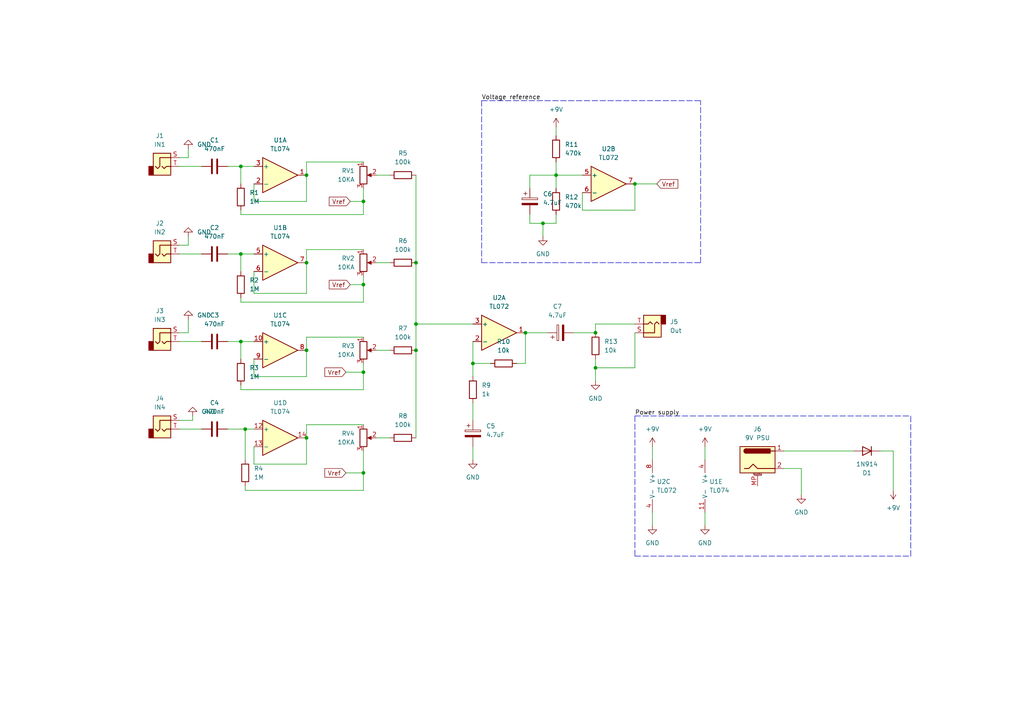
<source format=kicad_sch>
(kicad_sch (version 20211123) (generator eeschema)
  (paper "A4")
  (lib_symbols
    (symbol "Amplifier_Operational:TL072" (pin_names (offset 0.127))
      (property "Reference" "U" (at 0 5.08 0))
      (property "Value" "TL072" (at 0 -5.08 0))
      (symbol "TL072_1_1"
        (polyline (pts (xy -5.08 5.08) (xy 5.08 0) (xy -5.08 -5.08) (xy -5.08 5.08)) (stroke (width 0.254)) (fill (type background)))
        (pin output line (at 7.62 0 180) (length 2.54) (name "~") (number "1"))
        (pin input line (at -7.62 -2.54 0) (length 2.54) (name "-") (number "2"))
        (pin input line (at -7.62 2.54 0) (length 2.54) (name "+") (number "3"))
      )
      (symbol "TL072_2_1"
        (polyline (pts (xy -5.08 5.08) (xy 5.08 0) (xy -5.08 -5.08) (xy -5.08 5.08)) (stroke (width 0.254)) (fill (type background)))
        (pin input line (at -7.62 2.54 0) (length 2.54) (name "+") (number "5"))
        (pin input line (at -7.62 -2.54 0) (length 2.54) (name "-") (number "6"))
        (pin output line (at 7.62 0 180) (length 2.54) (name "~") (number "7"))
      )
      (symbol "TL072_3_1"
        (pin power_in line (at -2.54 -7.62 90) (length 3.81) (name "V-") (number "4"))
        (pin power_in line (at -2.54 7.62 270) (length 3.81) (name "V+") (number "8"))
      )
    )
    (symbol "Amplifier_Operational:TL074" (pin_names (offset 0.127))
      (property "Reference" "U" (at 0 5.08 0))
      (property "Value" "TL074" (at 0 -5.08 0))
      (symbol "TL074_1_1"
        (polyline (pts (xy -5.08 5.08) (xy 5.08 0) (xy -5.08 -5.08) (xy -5.08 5.08)) (stroke (width 0.254)) (fill (type background)))
        (pin output line (at 7.62 0 180) (length 2.54) (name "~") (number "1"))
        (pin input line (at -7.62 -2.54 0) (length 2.54) (name "-") (number "2"))
        (pin input line (at -7.62 2.54 0) (length 2.54) (name "+") (number "3"))
      )
      (symbol "TL074_2_1"
        (polyline (pts (xy -5.08 5.08) (xy 5.08 0) (xy -5.08 -5.08) (xy -5.08 5.08)) (stroke (width 0.254)) (fill (type background)))
        (pin input line (at -7.62 2.54 0) (length 2.54) (name "+") (number "5"))
        (pin input line (at -7.62 -2.54 0) (length 2.54) (name "-") (number "6"))
        (pin output line (at 7.62 0 180) (length 2.54) (name "~") (number "7"))
      )
      (symbol "TL074_3_1"
        (polyline (pts (xy -5.08 5.08) (xy 5.08 0) (xy -5.08 -5.08) (xy -5.08 5.08)) (stroke (width 0.254)) (fill (type background)))
        (pin input line (at -7.62 2.54 0) (length 2.54) (name "+") (number "10"))
        (pin output line (at 7.62 0 180) (length 2.54) (name "~") (number "8"))
        (pin input line (at -7.62 -2.54 0) (length 2.54) (name "-") (number "9"))
      )
      (symbol "TL074_4_1"
        (polyline (pts (xy -5.08 5.08) (xy 5.08 0) (xy -5.08 -5.08) (xy -5.08 5.08)) (stroke (width 0.254)) (fill (type background)))
        (pin input line (at -7.62 2.54 0) (length 2.54) (name "+") (number "12"))
        (pin input line (at -7.62 -2.54 0) (length 2.54) (name "-") (number "13"))
        (pin output line (at 7.62 0 180) (length 2.54) (name "~") (number "14"))
      )
      (symbol "TL074_5_1"
        (pin power_in line (at -2.54 -7.62 90) (length 3.81) (name "V-") (number "11"))
        (pin power_in line (at -2.54 7.62 270) (length 3.81) (name "V+") (number "4"))
      )
    )
    (symbol "Connector:AudioJack2"
      (property "Reference" "J" (at 0 8.89 0))
      (property "Value" "AudioJack2" (at 0 6.35 0))
      (symbol "AudioJack2_0_1"
        (rectangle (start -3.81 0) (end -2.54 -2.54) (stroke (width 0.254)) (fill (type outline)))
        (rectangle (start -2.54 3.81) (end 2.54 -2.54) (stroke (width 0.254)) (fill (type background)))
        (polyline (pts (xy 0 0) (xy 0.635 -0.635) (xy 1.27 0) (xy 2.54 0)) (stroke (width 0.254)))
        (polyline (pts (xy 2.54 2.54) (xy -0.635 2.54) (xy -0.635 0) (xy -1.27 -0.635) (xy -1.905 0)) (stroke (width 0.254)))
      )
      (symbol "AudioJack2_1_1"
        (pin passive line (at 5.08 2.54 180) (length 2.54) (name "~") (number "S"))
        (pin passive line (at 5.08 0 180) (length 2.54) (name "~") (number "T"))
      )
    )
    (symbol "Connector:Barrel_Jack_MountingPin" (pin_names hide)
      (property "Reference" "J" (at 0 5.334 0))
      (property "Value" "Barrel_Jack_MountingPin" (at 1.27 -6.35 0))
      (symbol "Barrel_Jack_MountingPin_0_1"
        (rectangle (start -5.08 3.81) (end 5.08 -3.81) (stroke (width 0.254)) (fill (type background)))
        (arc (start -3.302 3.175) (mid -3.937 2.54) (end -3.302 1.905) (stroke (width 0.254)))
        (arc (start -3.302 3.175) (mid -3.937 2.54) (end -3.302 1.905) (stroke (width 0.254)) (fill (type outline)))
        (polyline (pts (xy 5.08 2.54) (xy 3.81 2.54)) (stroke (width 0.254)))
        (polyline (pts (xy -3.81 -2.54) (xy -2.54 -2.54) (xy -1.27 -1.27) (xy 0 -2.54) (xy 2.54 -2.54) (xy 5.08 -2.54)) (stroke (width 0.254)))
        (rectangle (start 3.683 3.175) (end -3.302 1.905) (stroke (width 0.254)) (fill (type outline)))
      )
      (symbol "Barrel_Jack_MountingPin_1_1"
        (polyline (pts (xy -1.016 -4.572) (xy 1.016 -4.572)) (stroke (width 0.1524)))
        (text "Mounting" (at 0 -4.191 0) (effects (font (size 0.381 0.381))))
        (pin passive line (at 7.62 2.54 180) (length 2.54) (name "~") (number "1"))
        (pin passive line (at 7.62 -2.54 180) (length 2.54) (name "~") (number "2"))
        (pin passive line (at 0 -7.62 90) (length 3.048) (name "MountPin") (number "MP"))
      )
    )
    (symbol "Device:C" (pin_numbers hide) (pin_names (offset 0.254))
      (property "Reference" "C" (at 0.635 2.54 0))
      (property "Value" "C" (at 0.635 -2.54 0))
      (symbol "C_0_1"
        (polyline (pts (xy -2.032 -0.762) (xy 2.032 -0.762)) (stroke (width 0.508)))
        (polyline (pts (xy -2.032 0.762) (xy 2.032 0.762)) (stroke (width 0.508)))
      )
      (symbol "C_1_1"
        (pin passive line (at 0 3.81 270) (length 2.794) (name "~") (number "1"))
        (pin passive line (at 0 -3.81 90) (length 2.794) (name "~") (number "2"))
      )
    )
    (symbol "Device:C_Polarized" (pin_numbers hide) (pin_names (offset 0.254))
      (property "Reference" "C" (at 0.635 2.54 0))
      (property "Value" "C_Polarized" (at 0.635 -2.54 0))
      (symbol "C_Polarized_0_1"
        (rectangle (start -2.286 0.508) (end 2.286 1.016))
        (polyline (pts (xy -1.778 2.286) (xy -0.762 2.286)))
        (polyline (pts (xy -1.27 2.794) (xy -1.27 1.778)))
        (rectangle (start 2.286 -0.508) (end -2.286 -1.016) (fill (type outline)))
      )
      (symbol "C_Polarized_1_1"
        (pin passive line (at 0 3.81 270) (length 2.794) (name "~") (number "1"))
        (pin passive line (at 0 -3.81 90) (length 2.794) (name "~") (number "2"))
      )
    )
    (symbol "Device:R" (pin_numbers hide) (pin_names (offset 0))
      (property "Reference" "R" (at 2.032 0 90))
      (property "Value" "R" (at 0 0 90))
      (symbol "R_0_1"
        (rectangle (start -1.016 -2.54) (end 1.016 2.54) (stroke (width 0.254)))
      )
      (symbol "R_1_1"
        (pin passive line (at 0 3.81 270) (length 1.27) (name "~") (number "1"))
        (pin passive line (at 0 -3.81 90) (length 1.27) (name "~") (number "2"))
      )
    )
    (symbol "Device:R_Potentiometer" (pin_names (offset 1.016) hide)
      (property "Reference" "RV" (at -4.445 0 90))
      (property "Value" "R_Potentiometer" (at -2.54 0 90))
      (symbol "R_Potentiometer_0_1"
        (polyline (pts (xy 2.54 0) (xy 1.524 0)))
        (polyline (pts (xy 1.143 0) (xy 2.286 0.508) (xy 2.286 -0.508) (xy 1.143 0)) (fill (type outline)))
        (rectangle (start 1.016 2.54) (end -1.016 -2.54) (stroke (width 0.254)))
      )
      (symbol "R_Potentiometer_1_1"
        (pin passive line (at 0 3.81 270) (length 1.27) (name "1") (number "1"))
        (pin passive line (at 3.81 0 180) (length 1.27) (name "2") (number "2"))
        (pin passive line (at 0 -3.81 90) (length 1.27) (name "3") (number "3"))
      )
    )
    (symbol "Diode:1N914" (pin_numbers hide) (pin_names (offset 1.016) hide)
      (property "Reference" "D" (at 0 2.54 0))
      (property "Value" "1N914" (at 0 -2.54 0))
      (symbol "1N914_0_1"
        (polyline (pts (xy -1.27 1.27) (xy -1.27 -1.27)) (stroke (width 0.254)))
        (polyline (pts (xy 1.27 0) (xy -1.27 0)))
        (polyline (pts (xy 1.27 1.27) (xy 1.27 -1.27) (xy -1.27 0) (xy 1.27 1.27)) (stroke (width 0.254)))
      )
      (symbol "1N914_1_1"
        (pin passive line (at -3.81 0 0) (length 2.54) (name "K") (number "1"))
        (pin passive line (at 3.81 0 180) (length 2.54) (name "A") (number "2"))
      )
    )
    (symbol "power:+9V" (power) (pin_names (offset 0))
      (property "Value" "+9V" (at 0 3.556 0))
      (symbol "+9V_0_1"
        (polyline (pts (xy -0.762 1.27) (xy 0 2.54)))
        (polyline (pts (xy 0 0) (xy 0 2.54)))
        (polyline (pts (xy 0 2.54) (xy 0.762 1.27)))
      )
      (symbol "+9V_1_1"
        (pin power_in line (at 0 0 90) (length 0) hide (name "+9V") (number "1"))
      )
    )
    (symbol "power:GND" (power) (pin_names (offset 0))
      (property "Value" "GND" (at 0 -3.81 0))
      (symbol "GND_0_1"
        (polyline (pts (xy 0 0) (xy 0 -1.27) (xy 1.27 -1.27) (xy 0 -2.54) (xy -1.27 -1.27) (xy 0 -1.27)))
      )
      (symbol "GND_1_1"
        (pin power_in line (at 0 0 270) (length 0) hide (name "GND") (number "1"))
      )
    )
  )
  (junction (at 120.65 93.98))
  (junction (at 137.16 105.41))
  (junction (at 172.72 96.52))
  (junction (at 71.12 124.46))
  (junction (at 69.85 48.26))
  (junction (at 120.65 76.2))
  (junction (at 88.9 50.8))
  (junction (at 88.9 101.6))
  (junction (at 88.9 76.2))
  (junction (at 120.65 101.6))
  (junction (at 69.85 73.66))
  (junction (at 105.41 82.55))
  (junction (at 152.4 96.52))
  (junction (at 105.41 107.95))
  (junction (at 157.48 64.77))
  (junction (at 105.41 137.16))
  (junction (at 88.9 127))
  (junction (at 172.72 106.68))
  (junction (at 161.29 50.8))
  (junction (at 69.85 99.06))
  (junction (at 105.41 58.42))
  (junction (at 184.15 53.34))
  (polyline (pts (xy 139.7 29.21) (xy 203.2 29.21)))
  (wire (pts (xy 109.22 101.6) (xy 113.03 101.6)))
  (wire (pts (xy 73.66 129.54) (xy 73.66 134.62)))
  (wire (pts (xy 161.29 36.83) (xy 161.29 39.37)))
  (wire (pts (xy 120.65 101.6) (xy 120.65 127)))
  (wire (pts (xy 166.37 96.52) (xy 172.72 96.52)))
  (wire (pts (xy 232.41 135.89) (xy 232.41 143.51)))
  (wire (pts (xy 73.66 58.42) (xy 73.66 53.34)))
  (wire (pts (xy 137.16 99.06) (xy 137.16 105.41)))
  (wire (pts (xy 71.12 142.24) (xy 105.41 142.24)))
  (wire (pts (xy 161.29 64.77) (xy 161.29 62.23)))
  (wire (pts (xy 168.91 55.88) (xy 168.91 60.96)))
  (wire (pts (xy 88.9 46.99) (xy 88.9 50.8)))
  (wire (pts (xy 69.85 78.74) (xy 69.85 73.66)))
  (wire (pts (xy 88.9 58.42) (xy 73.66 58.42)))
  (wire (pts (xy 105.41 137.16) (xy 105.41 142.24)))
  (wire (pts (xy 73.66 78.74) (xy 73.66 85.09)))
  (wire (pts (xy 71.12 133.35) (xy 71.12 124.46)))
  (wire (pts (xy 73.66 109.22) (xy 88.9 109.22)))
  (wire (pts (xy 54.61 71.12) (xy 54.61 68.58)))
  (wire (pts (xy 137.16 105.41) (xy 137.16 109.22)))
  (wire (pts (xy 153.67 64.77) (xy 157.48 64.77)))
  (wire (pts (xy 157.48 64.77) (xy 157.48 68.58)))
  (wire (pts (xy 204.47 148.59) (xy 204.47 152.4)))
  (wire (pts (xy 69.85 53.34) (xy 69.85 48.26)))
  (wire (pts (xy 161.29 46.99) (xy 161.29 50.8)))
  (wire (pts (xy 105.41 107.95) (xy 105.41 105.41)))
  (wire (pts (xy 105.41 113.03) (xy 69.85 113.03)))
  (wire (pts (xy 105.41 62.23) (xy 69.85 62.23)))
  (wire (pts (xy 66.04 124.46) (xy 71.12 124.46)))
  (wire (pts (xy 105.41 82.55) (xy 105.41 80.01)))
  (wire (pts (xy 149.86 105.41) (xy 152.4 105.41)))
  (wire (pts (xy 109.22 50.8) (xy 113.03 50.8)))
  (wire (pts (xy 161.29 50.8) (xy 161.29 54.61)))
  (wire (pts (xy 153.67 54.61) (xy 153.67 50.8)))
  (wire (pts (xy 255.27 130.81) (xy 259.08 130.81)))
  (wire (pts (xy 105.41 97.79) (xy 88.9 97.79)))
  (wire (pts (xy 105.41 58.42) (xy 105.41 54.61)))
  (wire (pts (xy 259.08 130.81) (xy 259.08 142.24)))
  (wire (pts (xy 109.22 127) (xy 113.03 127)))
  (wire (pts (xy 109.22 76.2) (xy 113.03 76.2)))
  (wire (pts (xy 105.41 87.63) (xy 105.41 82.55)))
  (polyline (pts (xy 184.15 120.65) (xy 264.16 120.65)))
  (wire (pts (xy 52.07 45.72) (xy 54.61 45.72)))
  (wire (pts (xy 71.12 140.97) (xy 71.12 142.24)))
  (wire (pts (xy 88.9 109.22) (xy 88.9 101.6)))
  (wire (pts (xy 189.23 129.54) (xy 189.23 133.35)))
  (wire (pts (xy 54.61 96.52) (xy 54.61 92.71)))
  (wire (pts (xy 88.9 50.8) (xy 88.9 58.42)))
  (wire (pts (xy 137.16 105.41) (xy 142.24 105.41)))
  (wire (pts (xy 88.9 72.39) (xy 88.9 76.2)))
  (wire (pts (xy 69.85 113.03) (xy 69.85 111.76)))
  (wire (pts (xy 184.15 96.52) (xy 184.15 106.68)))
  (wire (pts (xy 153.67 62.23) (xy 153.67 64.77)))
  (wire (pts (xy 120.65 76.2) (xy 120.65 93.98)))
  (wire (pts (xy 189.23 148.59) (xy 189.23 152.4)))
  (wire (pts (xy 105.41 62.23) (xy 105.41 58.42)))
  (polyline (pts (xy 184.15 161.29) (xy 264.16 161.29)))
  (wire (pts (xy 105.41 46.99) (xy 88.9 46.99)))
  (wire (pts (xy 105.41 130.81) (xy 105.41 137.16)))
  (polyline (pts (xy 203.2 76.2) (xy 203.2 29.21)))
  (polyline (pts (xy 139.7 29.21) (xy 139.7 76.2)))
  (wire (pts (xy 120.65 93.98) (xy 120.65 101.6)))
  (polyline (pts (xy 139.7 76.2) (xy 203.2 76.2)))
  (wire (pts (xy 161.29 50.8) (xy 168.91 50.8)))
  (wire (pts (xy 172.72 104.14) (xy 172.72 106.68)))
  (wire (pts (xy 100.33 107.95) (xy 105.41 107.95)))
  (wire (pts (xy 172.72 93.98) (xy 172.72 96.52)))
  (wire (pts (xy 66.04 99.06) (xy 69.85 99.06)))
  (wire (pts (xy 105.41 87.63) (xy 69.85 87.63)))
  (wire (pts (xy 52.07 96.52) (xy 54.61 96.52)))
  (wire (pts (xy 100.33 137.16) (xy 105.41 137.16)))
  (wire (pts (xy 69.85 99.06) (xy 73.66 99.06)))
  (wire (pts (xy 184.15 106.68) (xy 172.72 106.68)))
  (wire (pts (xy 69.85 73.66) (xy 73.66 73.66)))
  (wire (pts (xy 157.48 64.77) (xy 161.29 64.77)))
  (polyline (pts (xy 264.16 161.29) (xy 264.16 120.65)))
  (wire (pts (xy 227.33 130.81) (xy 247.65 130.81)))
  (wire (pts (xy 120.65 93.98) (xy 137.16 93.98)))
  (wire (pts (xy 152.4 96.52) (xy 152.4 105.41)))
  (wire (pts (xy 101.6 58.42) (xy 105.41 58.42)))
  (wire (pts (xy 168.91 60.96) (xy 184.15 60.96)))
  (wire (pts (xy 69.85 62.23) (xy 69.85 60.96)))
  (wire (pts (xy 55.88 121.92) (xy 55.88 120.65)))
  (wire (pts (xy 66.04 73.66) (xy 69.85 73.66)))
  (wire (pts (xy 69.85 104.14) (xy 69.85 99.06)))
  (wire (pts (xy 88.9 97.79) (xy 88.9 101.6)))
  (wire (pts (xy 120.65 50.8) (xy 120.65 76.2)))
  (wire (pts (xy 184.15 93.98) (xy 172.72 93.98)))
  (wire (pts (xy 66.04 48.26) (xy 69.85 48.26)))
  (wire (pts (xy 227.33 135.89) (xy 232.41 135.89)))
  (wire (pts (xy 88.9 123.19) (xy 88.9 127)))
  (wire (pts (xy 69.85 87.63) (xy 69.85 86.36)))
  (wire (pts (xy 52.07 121.92) (xy 55.88 121.92)))
  (wire (pts (xy 88.9 85.09) (xy 88.9 76.2)))
  (wire (pts (xy 101.6 82.55) (xy 105.41 82.55)))
  (wire (pts (xy 172.72 106.68) (xy 172.72 110.49)))
  (wire (pts (xy 52.07 71.12) (xy 54.61 71.12)))
  (wire (pts (xy 105.41 113.03) (xy 105.41 107.95)))
  (polyline (pts (xy 184.15 120.65) (xy 184.15 161.29)))
  (wire (pts (xy 69.85 48.26) (xy 73.66 48.26)))
  (wire (pts (xy 52.07 99.06) (xy 58.42 99.06)))
  (wire (pts (xy 52.07 48.26) (xy 58.42 48.26)))
  (wire (pts (xy 105.41 123.19) (xy 88.9 123.19)))
  (wire (pts (xy 73.66 134.62) (xy 88.9 134.62)))
  (wire (pts (xy 152.4 96.52) (xy 158.75 96.52)))
  (wire (pts (xy 137.16 116.84) (xy 137.16 121.92)))
  (wire (pts (xy 88.9 134.62) (xy 88.9 127)))
  (wire (pts (xy 54.61 45.72) (xy 54.61 43.18)))
  (wire (pts (xy 204.47 129.54) (xy 204.47 133.35)))
  (wire (pts (xy 184.15 53.34) (xy 190.5 53.34)))
  (wire (pts (xy 73.66 104.14) (xy 73.66 109.22)))
  (wire (pts (xy 52.07 73.66) (xy 58.42 73.66)))
  (wire (pts (xy 153.67 50.8) (xy 161.29 50.8)))
  (wire (pts (xy 71.12 124.46) (xy 73.66 124.46)))
  (wire (pts (xy 52.07 124.46) (xy 58.42 124.46)))
  (wire (pts (xy 73.66 85.09) (xy 88.9 85.09)))
  (wire (pts (xy 137.16 129.54) (xy 137.16 133.35)))
  (wire (pts (xy 105.41 72.39) (xy 88.9 72.39)))
  (wire (pts (xy 184.15 60.96) (xy 184.15 53.34)))
  (label "Power supply" (at 184.15 120.65 0))
  (label "Voltage reference" (at 139.7 29.21 0))
  (global_label "Vref" (shape input) (at 101.6 82.55 180) (property "Intersheet References" "${INTERSHEET_REFS}" (effects hide)))
  (global_label "Vref" (shape input) (at 100.33 107.95 180) (property "Intersheet References" "${INTERSHEET_REFS}" (effects hide)))
  (global_label "Vref" (shape input) (at 101.6 58.42 180) (property "Intersheet References" "${INTERSHEET_REFS}" (effects hide)))
  (global_label "Vref" (shape input) (at 190.5 53.34 0) (property "Intersheet References" "${INTERSHEET_REFS}" (effects hide)))
  (global_label "Vref" (shape input) (at 100.33 137.16 180) (property "Intersheet References" "${INTERSHEET_REFS}" (effects hide)))
  (symbol (lib_id "power:+9V") (at 204.47 129.54 0) (unit 1)
    (property "Reference" "#PWR011" (effects hide))
    (property "Value" "+9V" (at 204.47 124.46 0))
  )
  (symbol (lib_id "Device:R") (at 137.16 113.03 0) (unit 1)
    (property "Reference" "R9" (at 139.7 111.7599 0) (effects (justify left)))
    (property "Value" "1k" (at 139.7 114.2999 0) (effects (justify left)))
    (property "Footprint" "Resistor_THT:R_Axial_DIN0207_L6.3mm_D2.5mm_P7.62mm_Horizontal" (effects hide))
  )
  (symbol (lib_id "Device:R") (at 116.84 50.8 270) (unit 1)
    (property "Reference" "R5" (at 116.84 44.45 90))
    (property "Value" "100k" (at 116.84 46.99 90))
    (property "Footprint" "Resistor_THT:R_Axial_DIN0207_L6.3mm_D2.5mm_P7.62mm_Horizontal" (effects hide))
  )
  (symbol (lib_id "Device:R_Potentiometer") (at 105.41 50.8 0) (unit 1)
    (property "Reference" "RV1" (at 102.87 49.5299 0) (effects (justify right)))
    (property "Value" "10KA" (at 102.87 52.0699 0) (effects (justify right)))
    (property "Footprint" "Potentiometer_THT:Potentiometer_Alps_RK163_Single_Horizontal" (effects hide))
  )
  (symbol (lib_id "power:+9V") (at 189.23 129.54 0) (unit 1)
    (property "Reference" "#PWR09" (effects hide))
    (property "Value" "+9V" (at 189.23 124.46 0))
  )
  (symbol (lib_id "Amplifier_Operational:TL072") (at 191.77 140.97 0) (unit 3)
    (property "Reference" "U2" (at 190.5 139.6999 0) (effects (justify left)))
    (property "Value" "TL072" (at 190.5 142.2399 0) (effects (justify left)))
    (property "Footprint" "Package_DIP:DIP-8_W7.62mm_LongPads" (effects hide))
    (property "Datasheet" "http://www.ti.com/lit/ds/symlink/tl071.pdf" (effects hide))
  )
  (symbol (lib_id "power:GND") (at 54.61 43.18 180) (unit 1)
    (property "Reference" "#PWR01" (effects hide))
    (property "Value" "GND" (at 57.15 41.9099 0) (effects (justify right)))
  )
  (symbol (lib_id "power:GND") (at 189.23 152.4 0) (unit 1)
    (property "Reference" "#PWR010" (effects hide))
    (property "Value" "GND" (at 189.23 157.48 0))
  )
  (symbol (lib_id "Device:R_Potentiometer") (at 105.41 101.6 0) (unit 1)
    (property "Reference" "RV3" (at 102.87 100.3299 0) (effects (justify right)))
    (property "Value" "10KA" (at 102.87 102.8699 0) (effects (justify right)))
    (property "Footprint" "Potentiometer_THT:Potentiometer_Alps_RK163_Single_Horizontal" (effects hide))
  )
  (symbol (lib_id "Connector:AudioJack2") (at 189.23 93.98 180) (unit 1)
    (property "Reference" "J5" (at 194.31 93.3449 0) (effects (justify right)))
    (property "Value" "Out" (at 194.31 95.8849 0) (effects (justify right)))
    (property "Footprint" "Connector_Audio:Jack_speakON-6.35mm_Neutrik_NLJ2MD-H_Horizontal" (effects hide))
  )
  (symbol (lib_id "Device:C_Polarized") (at 137.16 125.73 0) (unit 1)
    (property "Reference" "C5" (at 140.97 123.5709 0) (effects (justify left)))
    (property "Value" "4.7uF" (at 140.97 126.1109 0) (effects (justify left)))
    (property "Footprint" "Capacitor_THT:CP_Radial_D5.0mm_P2.50mm" (effects hide))
  )
  (symbol (lib_id "Device:R") (at 116.84 76.2 270) (unit 1)
    (property "Reference" "R6" (at 116.84 69.85 90))
    (property "Value" "100k" (at 116.84 72.39 90))
    (property "Footprint" "Resistor_THT:R_Axial_DIN0207_L6.3mm_D2.5mm_P7.62mm_Horizontal" (effects hide))
  )
  (symbol (lib_id "Amplifier_Operational:TL074") (at 81.28 50.8 0) (unit 1)
    (property "Reference" "U1" (at 81.28 40.64 0))
    (property "Value" "TL074" (at 81.28 43.18 0))
    (property "Footprint" "Package_DIP:DIP-14_W7.62mm_LongPads" (effects hide))
    (property "Datasheet" "http://www.ti.com/lit/ds/symlink/tl071.pdf" (effects hide))
  )
  (symbol (lib_id "Connector:AudioJack2") (at 46.99 48.26 0) (unit 1)
    (property "Reference" "J1" (at 46.355 39.37 0))
    (property "Value" "IN1" (at 46.355 41.91 0))
    (property "Footprint" "Connector_Audio:Jack_speakON-6.35mm_Neutrik_NLJ2MD-H_Horizontal" (effects hide))
  )
  (symbol (lib_id "power:GND") (at 137.16 133.35 0) (unit 1)
    (property "Reference" "#PWR05" (effects hide))
    (property "Value" "GND" (at 137.16 138.43 0))
  )
  (symbol (lib_id "Device:C") (at 62.23 124.46 90) (unit 1)
    (property "Reference" "C4" (at 62.23 116.84 90))
    (property "Value" "470nF" (at 62.23 119.38 90))
    (property "Footprint" "Capacitor_THT:C_Rect_L9.0mm_W3.3mm_P7.50mm_MKT" (effects hide))
  )
  (symbol (lib_id "Amplifier_Operational:TL072") (at 144.78 96.52 0) (unit 1)
    (property "Reference" "U2" (at 144.78 86.36 0))
    (property "Value" "TL072" (at 144.78 88.9 0))
    (property "Footprint" "Package_DIP:DIP-8_W7.62mm_LongPads" (effects hide))
    (property "Datasheet" "http://www.ti.com/lit/ds/symlink/tl071.pdf" (effects hide))
  )
  (symbol (lib_id "power:+9V") (at 259.08 142.24 180) (unit 1)
    (property "Reference" "#PWR014" (effects hide))
    (property "Value" "+9V" (at 259.08 147.32 0))
  )
  (symbol (lib_id "Device:R") (at 172.72 100.33 0) (unit 1)
    (property "Reference" "R13" (at 175.26 99.0599 0) (effects (justify left)))
    (property "Value" "10k" (at 175.26 101.5999 0) (effects (justify left)))
    (property "Footprint" "Resistor_THT:R_Axial_DIN0207_L6.3mm_D2.5mm_P7.62mm_Horizontal" (effects hide))
  )
  (symbol (lib_id "Amplifier_Operational:TL074") (at 207.01 140.97 0) (unit 5)
    (property "Reference" "U1" (at 205.74 139.6999 0) (effects (justify left)))
    (property "Value" "TL074" (at 205.74 142.2399 0) (effects (justify left)))
    (property "Footprint" "Package_DIP:DIP-14_W7.62mm_LongPads" (effects hide))
    (property "Datasheet" "http://www.ti.com/lit/ds/symlink/tl071.pdf" (effects hide))
  )
  (symbol (lib_id "Device:R") (at 116.84 101.6 270) (unit 1)
    (property "Reference" "R7" (at 116.84 95.25 90))
    (property "Value" "100k" (at 116.84 97.79 90))
    (property "Footprint" "Resistor_THT:R_Axial_DIN0207_L6.3mm_D2.5mm_P7.62mm_Horizontal" (effects hide))
  )
  (symbol (lib_id "Device:R") (at 161.29 58.42 0) (unit 1)
    (property "Reference" "R12" (at 163.83 57.1499 0) (effects (justify left)))
    (property "Value" "470k" (at 163.83 59.6899 0) (effects (justify left)))
    (property "Footprint" "Resistor_THT:R_Axial_DIN0207_L6.3mm_D2.5mm_P7.62mm_Horizontal" (effects hide))
  )
  (symbol (lib_id "Device:C") (at 62.23 99.06 90) (unit 1)
    (property "Reference" "C3" (at 62.23 91.44 90))
    (property "Value" "470nF" (at 62.23 93.98 90))
    (property "Footprint" "Capacitor_THT:C_Rect_L9.0mm_W3.3mm_P7.50mm_MKT" (effects hide))
  )
  (symbol (lib_id "Device:R") (at 116.84 127 270) (unit 1)
    (property "Reference" "R8" (at 116.84 120.65 90))
    (property "Value" "100k" (at 116.84 123.19 90))
    (property "Footprint" "Resistor_THT:R_Axial_DIN0207_L6.3mm_D2.5mm_P7.62mm_Horizontal" (effects hide))
  )
  (symbol (lib_id "power:GND") (at 55.88 120.65 180) (unit 1)
    (property "Reference" "#PWR04" (effects hide))
    (property "Value" "GND" (at 58.42 119.3799 0) (effects (justify right)))
  )
  (symbol (lib_id "Connector:AudioJack2") (at 46.99 124.46 0) (unit 1)
    (property "Reference" "J4" (at 46.355 115.57 0))
    (property "Value" "IN4" (at 46.355 118.11 0))
    (property "Footprint" "Connector_Audio:Jack_speakON-6.35mm_Neutrik_NLJ2MD-H_Horizontal" (effects hide))
  )
  (symbol (lib_id "power:GND") (at 54.61 68.58 180) (unit 1)
    (property "Reference" "#PWR02" (effects hide))
    (property "Value" "GND" (at 57.15 67.3099 0) (effects (justify right)))
  )
  (symbol (lib_id "Device:C") (at 62.23 48.26 90) (unit 1)
    (property "Reference" "C1" (at 62.23 40.64 90))
    (property "Value" "470nF" (at 62.23 43.18 90))
    (property "Footprint" "Capacitor_THT:C_Rect_L9.0mm_W3.3mm_P7.50mm_MKT" (effects hide))
  )
  (symbol (lib_id "power:+9V") (at 161.29 36.83 0) (unit 1)
    (property "Reference" "#PWR07" (effects hide))
    (property "Value" "+9V" (at 161.29 31.75 0))
  )
  (symbol (lib_id "Device:R") (at 69.85 82.55 180) (unit 1)
    (property "Reference" "R2" (at 72.39 81.2799 0) (effects (justify right)))
    (property "Value" "1M" (at 72.39 83.8199 0) (effects (justify right)))
    (property "Footprint" "Resistor_THT:R_Axial_DIN0207_L6.3mm_D2.5mm_P7.62mm_Horizontal" (effects hide))
  )
  (symbol (lib_id "Device:R") (at 146.05 105.41 270) (unit 1)
    (property "Reference" "R10" (at 146.05 99.06 90))
    (property "Value" "10k" (at 146.05 101.6 90))
    (property "Footprint" "Resistor_THT:R_Axial_DIN0207_L6.3mm_D2.5mm_P7.62mm_Horizontal" (effects hide))
  )
  (symbol (lib_id "Device:C_Polarized") (at 162.56 96.52 90) (unit 1)
    (property "Reference" "C7" (at 161.671 88.9 90))
    (property "Value" "4.7uF" (at 161.671 91.44 90))
    (property "Footprint" "Capacitor_THT:CP_Radial_D5.0mm_P2.50mm" (effects hide))
  )
  (symbol (lib_id "power:GND") (at 157.48 68.58 0) (unit 1)
    (property "Reference" "#PWR06" (effects hide))
    (property "Value" "GND" (at 157.48 73.66 0))
  )
  (symbol (lib_id "power:GND") (at 204.47 152.4 0) (unit 1)
    (property "Reference" "#PWR012" (effects hide))
    (property "Value" "GND" (at 204.47 157.48 0))
  )
  (symbol (lib_id "Device:R") (at 69.85 107.95 180) (unit 1)
    (property "Reference" "R3" (at 72.39 106.6799 0) (effects (justify right)))
    (property "Value" "1M" (at 72.39 109.2199 0) (effects (justify right)))
    (property "Footprint" "Resistor_THT:R_Axial_DIN0207_L6.3mm_D2.5mm_P7.62mm_Horizontal" (effects hide))
  )
  (symbol (lib_id "Amplifier_Operational:TL072") (at 176.53 53.34 0) (unit 2)
    (property "Reference" "U2" (at 176.53 43.18 0))
    (property "Value" "TL072" (at 176.53 45.72 0))
    (property "Footprint" "Package_DIP:DIP-8_W7.62mm_LongPads" (effects hide))
    (property "Datasheet" "http://www.ti.com/lit/ds/symlink/tl071.pdf" (effects hide))
  )
  (symbol (lib_id "Connector:AudioJack2") (at 46.99 73.66 0) (unit 1)
    (property "Reference" "J2" (at 46.355 64.77 0))
    (property "Value" "IN2" (at 46.355 67.31 0))
    (property "Footprint" "Connector_Audio:Jack_speakON-6.35mm_Neutrik_NLJ2MD-H_Horizontal" (effects hide))
  )
  (symbol (lib_id "Device:R_Potentiometer") (at 105.41 76.2 0) (unit 1)
    (property "Reference" "RV2" (at 102.87 74.9299 0) (effects (justify right)))
    (property "Value" "10KA" (at 102.87 77.4699 0) (effects (justify right)))
    (property "Footprint" "Potentiometer_THT:Potentiometer_Alps_RK163_Single_Horizontal" (effects hide))
  )
  (symbol (lib_id "Device:R") (at 161.29 43.18 0) (unit 1)
    (property "Reference" "R11" (at 163.83 41.9099 0) (effects (justify left)))
    (property "Value" "470k" (at 163.83 44.4499 0) (effects (justify left)))
    (property "Footprint" "Resistor_THT:R_Axial_DIN0207_L6.3mm_D2.5mm_P7.62mm_Horizontal" (effects hide))
  )
  (symbol (lib_id "power:GND") (at 172.72 110.49 0) (unit 1)
    (property "Reference" "#PWR08" (effects hide))
    (property "Value" "GND" (at 172.72 115.57 0))
  )
  (symbol (lib_id "Device:C") (at 62.23 73.66 90) (unit 1)
    (property "Reference" "C2" (at 62.23 66.04 90))
    (property "Value" "470nF" (at 62.23 68.58 90))
    (property "Footprint" "Capacitor_THT:C_Rect_L9.0mm_W3.3mm_P7.50mm_MKT" (effects hide))
  )
  (symbol (lib_id "Amplifier_Operational:TL074") (at 81.28 127 0) (unit 4)
    (property "Reference" "U1" (at 81.28 116.84 0))
    (property "Value" "TL074" (at 81.28 119.38 0))
    (property "Footprint" "Package_DIP:DIP-14_W7.62mm_LongPads" (effects hide))
    (property "Datasheet" "http://www.ti.com/lit/ds/symlink/tl071.pdf" (effects hide))
  )
  (symbol (lib_id "Device:C_Polarized") (at 153.67 58.42 0) (unit 1)
    (property "Reference" "C6" (at 157.48 56.2609 0) (effects (justify left)))
    (property "Value" "4.7uF" (at 157.48 58.8009 0) (effects (justify left)))
    (property "Footprint" "Capacitor_THT:CP_Radial_D5.0mm_P2.50mm" (effects hide))
  )
  (symbol (lib_id "Connector:AudioJack2") (at 46.99 99.06 0) (unit 1)
    (property "Reference" "J3" (at 46.355 90.17 0))
    (property "Value" "IN3" (at 46.355 92.71 0))
    (property "Footprint" "Connector_Audio:Jack_speakON-6.35mm_Neutrik_NLJ2MD-H_Horizontal" (effects hide))
  )
  (symbol (lib_id "Amplifier_Operational:TL074") (at 81.28 101.6 0) (unit 3)
    (property "Reference" "U1" (at 81.28 91.44 0))
    (property "Value" "TL074" (at 81.28 93.98 0))
    (property "Footprint" "Package_DIP:DIP-14_W7.62mm_LongPads" (effects hide))
    (property "Datasheet" "http://www.ti.com/lit/ds/symlink/tl071.pdf" (effects hide))
  )
  (symbol (lib_id "Amplifier_Operational:TL074") (at 81.28 76.2 0) (unit 2)
    (property "Reference" "U1" (at 81.28 66.04 0))
    (property "Value" "TL074" (at 81.28 68.58 0))
    (property "Footprint" "Package_DIP:DIP-14_W7.62mm_LongPads" (effects hide))
    (property "Datasheet" "http://www.ti.com/lit/ds/symlink/tl071.pdf" (effects hide))
  )
  (symbol (lib_id "Connector:Barrel_Jack_MountingPin") (at 219.71 133.35 0) (unit 1)
    (property "Reference" "J6" (at 219.71 124.46 0))
    (property "Value" "9V PSU" (at 219.71 127 0))
    (property "Footprint" "Connector_BarrelJack:BarrelJack_Horizontal" (effects hide))
  )
  (symbol (lib_id "Diode:1N914") (at 251.46 130.81 180) (unit 1)
    (property "Reference" "D1" (at 251.46 137.16 0))
    (property "Value" "1N914" (at 251.46 134.62 0))
    (property "Footprint" "Diode_THT:D_DO-35_SOD27_P7.62mm_Horizontal" (effects hide))
    (property "Datasheet" "http://www.vishay.com/docs/85622/1n914.pdf" (effects hide))
  )
  (symbol (lib_id "power:GND") (at 54.61 92.71 180) (unit 1)
    (property "Reference" "#PWR03" (effects hide))
    (property "Value" "GND" (at 57.15 91.4399 0) (effects (justify right)))
  )
  (symbol (lib_id "Device:R_Potentiometer") (at 105.41 127 0) (unit 1)
    (property "Reference" "RV4" (at 102.87 125.7299 0) (effects (justify right)))
    (property "Value" "10KA" (at 102.87 128.2699 0) (effects (justify right)))
    (property "Footprint" "Potentiometer_THT:Potentiometer_Alps_RK163_Single_Horizontal" (effects hide))
  )
  (symbol (lib_id "Device:R") (at 71.12 137.16 180) (unit 1)
    (property "Reference" "R4" (at 73.66 135.8899 0) (effects (justify right)))
    (property "Value" "1M" (at 73.66 138.4299 0) (effects (justify right)))
    (property "Footprint" "Resistor_THT:R_Axial_DIN0207_L6.3mm_D2.5mm_P7.62mm_Horizontal" (effects hide))
  )
  (symbol (lib_id "power:GND") (at 232.41 143.51 0) (unit 1)
    (property "Reference" "#PWR013" (effects hide))
    (property "Value" "GND" (at 232.41 148.59 0))
  )
  (symbol (lib_id "Device:R") (at 69.85 57.15 180) (unit 1)
    (property "Reference" "R1" (at 72.39 55.8799 0) (effects (justify right)))
    (property "Value" "1M" (at 72.39 58.4199 0) (effects (justify right)))
    (property "Footprint" "Resistor_THT:R_Axial_DIN0207_L6.3mm_D2.5mm_P7.62mm_Horizontal" (effects hide))
  )
)
</source>
